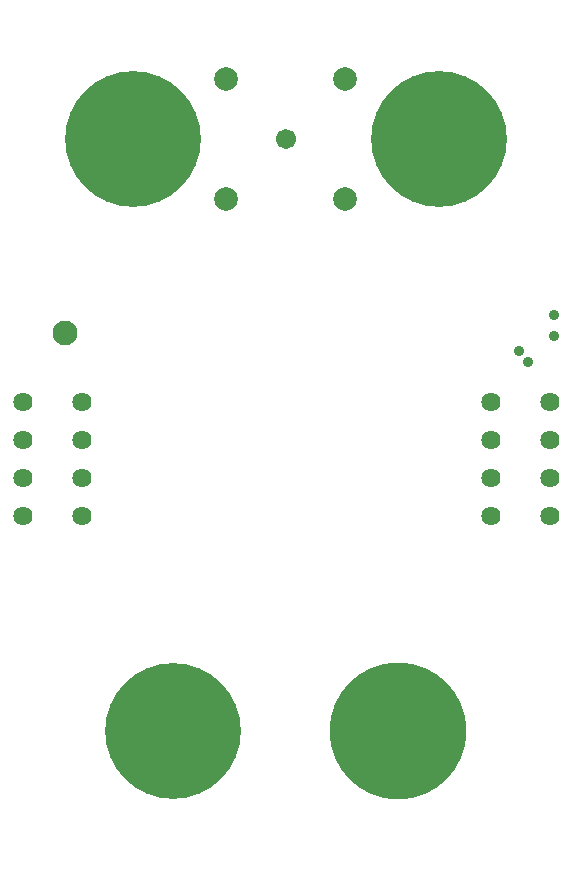
<source format=gbr>
G04 Layer_Color=8388736*
%FSLAX45Y45*%
%MOMM*%
%TF.FileFunction,Soldermask,Top*%
%TF.Part,Single*%
G01*
G75*
%TA.AperFunction,ComponentPad*%
%ADD14C,11.50000*%
%ADD55C,2.00160*%
%ADD56C,1.70160*%
%TA.AperFunction,WasherPad*%
%ADD57C,0.10160*%
%TA.AperFunction,ComponentPad*%
%ADD58C,11.60160*%
%TA.AperFunction,WasherPad*%
%ADD59C,2.10000*%
%TA.AperFunction,ComponentPad*%
%ADD60C,1.62560*%
%TA.AperFunction,ViaPad*%
%ADD61C,0.90160*%
D14*
X1539998Y1487001D02*
D03*
X1199999Y6500000D02*
D03*
X3786999D02*
D03*
D55*
X2997802Y5995572D02*
D03*
Y7005572D02*
D03*
X1987802D02*
D03*
Y5995572D02*
D03*
D56*
X2492802Y6500572D02*
D03*
D57*
X500000Y500002D02*
D03*
X4500002D02*
D03*
X500000Y7499998D02*
D03*
X4500002D02*
D03*
D58*
X3439999Y1487001D02*
D03*
D59*
X620000Y4859999D02*
D03*
D60*
X4230000Y4270000D02*
D03*
Y3950000D02*
D03*
Y3630000D02*
D03*
Y3310000D02*
D03*
X4730000Y3310000D02*
D03*
Y3630000D02*
D03*
Y3950000D02*
D03*
Y4270000D02*
D03*
X270000D02*
D03*
Y3950000D02*
D03*
Y3630000D02*
D03*
Y3310000D02*
D03*
X770000Y3310000D02*
D03*
Y3630000D02*
D03*
Y3950000D02*
D03*
Y4270000D02*
D03*
D61*
X4766564Y4830064D02*
D03*
X4469638Y4706112D02*
D03*
X4546854Y4608322D02*
D03*
X4767072Y5006086D02*
D03*
%TF.MD5,e3e6b6efd9c93c1c018f48522fcbbf6b*%
M02*

</source>
